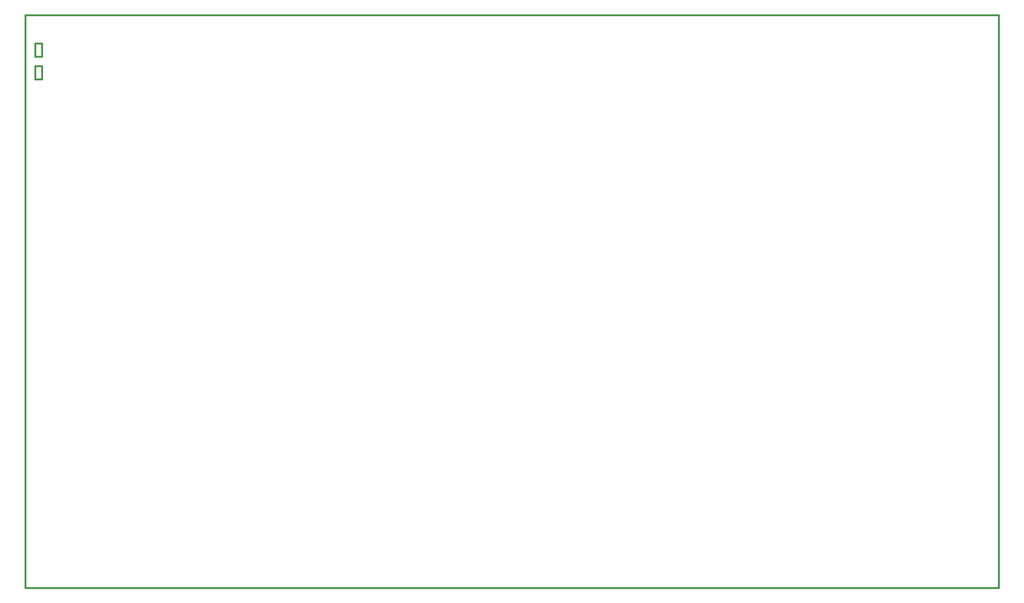
<source format=gko>
%FSLAX33Y33*%
%MOMM*%
%ADD10C,0.381*%
D10*
%LNpath-145*%
G01*
X0Y0D02*
X218200Y0D01*
X218200Y128500*
X0Y128500*
X0Y0*
X2250Y114070D02*
X3750Y114070D01*
X3750Y117070*
X2250Y117070*
X2250Y114070*
X2250Y119149D02*
X3750Y119149D01*
X3750Y122149*
X2250Y122149*
X2250Y119149*
%LNmechanical details_traces*%
M02*
</source>
